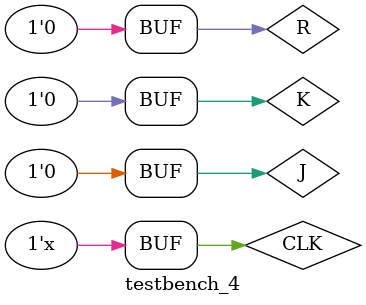
<source format=v>
module testbench_4();
   reg J,K,R,CLK;
	wire Q,NQ;
	parameter half_of_clock_period_ns = 5; 
	parameter initial_period= 50;
	jkff_with_asynch_reset  jkff_with_asynch_reset(.J(J),.K(K),.R(R),.CLK(CLK),.Q(Q),.NQ(NQ));
		
		
	//run clock  ALWAYS
	initial CLK = 0;
	
	always
		begin
			#half_of_clock_period_ns;
			CLK = ~CLK;
		end

	initial
		begin
		J=0;K=0;R=1;//reset	
		#initial_period;
		J=1;K=0;R=0;//set1
		#initial_period;	
		J=0;K=0;R=0;//idle
		#initial_period;	
		J=1;K=1;R=0;//invert (set0)
		#initial_period;	
		J=1;K=0;R=0;//set1
		#initial_period;	
		J=0;K=0;R=0;//idle
		#initial_period;	
		R=1;//reset output
		#initial_period;
		J=0;K=0;R=0;//idle
		
		end
		
		
endmodule










</source>
